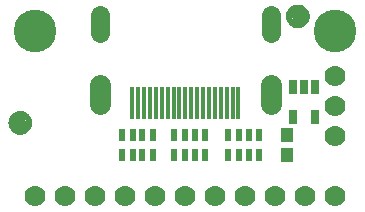
<source format=gbr>
G04 EAGLE Gerber RS-274X export*
G75*
%MOMM*%
%FSLAX34Y34*%
%LPD*%
%INSoldermask Top*%
%IPPOS*%
%AMOC8*
5,1,8,0,0,1.08239X$1,22.5*%
G01*
%ADD10C,3.617600*%
%ADD11C,1.101600*%
%ADD12C,0.469900*%
%ADD13C,1.751600*%
%ADD14C,1.601600*%
%ADD15R,0.351600X2.701600*%
%ADD16R,0.651600X1.301600*%
%ADD17R,0.551600X1.001600*%
%ADD18C,1.778000*%
%ADD19R,1.101600X1.176600*%


D10*
X25400Y165100D03*
X279400Y165100D03*
D11*
X247650Y177800D03*
D12*
X255150Y177800D02*
X255148Y177981D01*
X255141Y178162D01*
X255130Y178343D01*
X255115Y178524D01*
X255095Y178704D01*
X255071Y178884D01*
X255043Y179063D01*
X255010Y179241D01*
X254973Y179418D01*
X254932Y179595D01*
X254887Y179770D01*
X254837Y179945D01*
X254783Y180118D01*
X254725Y180289D01*
X254663Y180460D01*
X254596Y180628D01*
X254526Y180795D01*
X254452Y180961D01*
X254373Y181124D01*
X254291Y181285D01*
X254205Y181445D01*
X254115Y181602D01*
X254021Y181757D01*
X253924Y181910D01*
X253822Y182060D01*
X253718Y182208D01*
X253609Y182354D01*
X253498Y182496D01*
X253382Y182636D01*
X253264Y182773D01*
X253142Y182908D01*
X253017Y183039D01*
X252889Y183167D01*
X252758Y183292D01*
X252623Y183414D01*
X252486Y183532D01*
X252346Y183648D01*
X252204Y183759D01*
X252058Y183868D01*
X251910Y183972D01*
X251760Y184074D01*
X251607Y184171D01*
X251452Y184265D01*
X251295Y184355D01*
X251135Y184441D01*
X250974Y184523D01*
X250811Y184602D01*
X250645Y184676D01*
X250478Y184746D01*
X250310Y184813D01*
X250139Y184875D01*
X249968Y184933D01*
X249795Y184987D01*
X249620Y185037D01*
X249445Y185082D01*
X249268Y185123D01*
X249091Y185160D01*
X248913Y185193D01*
X248734Y185221D01*
X248554Y185245D01*
X248374Y185265D01*
X248193Y185280D01*
X248012Y185291D01*
X247831Y185298D01*
X247650Y185300D01*
X255150Y177800D02*
X255148Y177619D01*
X255141Y177438D01*
X255130Y177257D01*
X255115Y177076D01*
X255095Y176896D01*
X255071Y176716D01*
X255043Y176537D01*
X255010Y176359D01*
X254973Y176182D01*
X254932Y176005D01*
X254887Y175830D01*
X254837Y175655D01*
X254783Y175482D01*
X254725Y175311D01*
X254663Y175140D01*
X254596Y174972D01*
X254526Y174805D01*
X254452Y174639D01*
X254373Y174476D01*
X254291Y174315D01*
X254205Y174155D01*
X254115Y173998D01*
X254021Y173843D01*
X253924Y173690D01*
X253822Y173540D01*
X253718Y173392D01*
X253609Y173246D01*
X253498Y173104D01*
X253382Y172964D01*
X253264Y172827D01*
X253142Y172692D01*
X253017Y172561D01*
X252889Y172433D01*
X252758Y172308D01*
X252623Y172186D01*
X252486Y172068D01*
X252346Y171952D01*
X252204Y171841D01*
X252058Y171732D01*
X251910Y171628D01*
X251760Y171526D01*
X251607Y171429D01*
X251452Y171335D01*
X251295Y171245D01*
X251135Y171159D01*
X250974Y171077D01*
X250811Y170998D01*
X250645Y170924D01*
X250478Y170854D01*
X250310Y170787D01*
X250139Y170725D01*
X249968Y170667D01*
X249795Y170613D01*
X249620Y170563D01*
X249445Y170518D01*
X249268Y170477D01*
X249091Y170440D01*
X248913Y170407D01*
X248734Y170379D01*
X248554Y170355D01*
X248374Y170335D01*
X248193Y170320D01*
X248012Y170309D01*
X247831Y170302D01*
X247650Y170300D01*
X247469Y170302D01*
X247288Y170309D01*
X247107Y170320D01*
X246926Y170335D01*
X246746Y170355D01*
X246566Y170379D01*
X246387Y170407D01*
X246209Y170440D01*
X246032Y170477D01*
X245855Y170518D01*
X245680Y170563D01*
X245505Y170613D01*
X245332Y170667D01*
X245161Y170725D01*
X244990Y170787D01*
X244822Y170854D01*
X244655Y170924D01*
X244489Y170998D01*
X244326Y171077D01*
X244165Y171159D01*
X244005Y171245D01*
X243848Y171335D01*
X243693Y171429D01*
X243540Y171526D01*
X243390Y171628D01*
X243242Y171732D01*
X243096Y171841D01*
X242954Y171952D01*
X242814Y172068D01*
X242677Y172186D01*
X242542Y172308D01*
X242411Y172433D01*
X242283Y172561D01*
X242158Y172692D01*
X242036Y172827D01*
X241918Y172964D01*
X241802Y173104D01*
X241691Y173246D01*
X241582Y173392D01*
X241478Y173540D01*
X241376Y173690D01*
X241279Y173843D01*
X241185Y173998D01*
X241095Y174155D01*
X241009Y174315D01*
X240927Y174476D01*
X240848Y174639D01*
X240774Y174805D01*
X240704Y174972D01*
X240637Y175140D01*
X240575Y175311D01*
X240517Y175482D01*
X240463Y175655D01*
X240413Y175830D01*
X240368Y176005D01*
X240327Y176182D01*
X240290Y176359D01*
X240257Y176537D01*
X240229Y176716D01*
X240205Y176896D01*
X240185Y177076D01*
X240170Y177257D01*
X240159Y177438D01*
X240152Y177619D01*
X240150Y177800D01*
X240152Y177981D01*
X240159Y178162D01*
X240170Y178343D01*
X240185Y178524D01*
X240205Y178704D01*
X240229Y178884D01*
X240257Y179063D01*
X240290Y179241D01*
X240327Y179418D01*
X240368Y179595D01*
X240413Y179770D01*
X240463Y179945D01*
X240517Y180118D01*
X240575Y180289D01*
X240637Y180460D01*
X240704Y180628D01*
X240774Y180795D01*
X240848Y180961D01*
X240927Y181124D01*
X241009Y181285D01*
X241095Y181445D01*
X241185Y181602D01*
X241279Y181757D01*
X241376Y181910D01*
X241478Y182060D01*
X241582Y182208D01*
X241691Y182354D01*
X241802Y182496D01*
X241918Y182636D01*
X242036Y182773D01*
X242158Y182908D01*
X242283Y183039D01*
X242411Y183167D01*
X242542Y183292D01*
X242677Y183414D01*
X242814Y183532D01*
X242954Y183648D01*
X243096Y183759D01*
X243242Y183868D01*
X243390Y183972D01*
X243540Y184074D01*
X243693Y184171D01*
X243848Y184265D01*
X244005Y184355D01*
X244165Y184441D01*
X244326Y184523D01*
X244489Y184602D01*
X244655Y184676D01*
X244822Y184746D01*
X244990Y184813D01*
X245161Y184875D01*
X245332Y184933D01*
X245505Y184987D01*
X245680Y185037D01*
X245855Y185082D01*
X246032Y185123D01*
X246209Y185160D01*
X246387Y185193D01*
X246566Y185221D01*
X246746Y185245D01*
X246926Y185265D01*
X247107Y185280D01*
X247288Y185291D01*
X247469Y185298D01*
X247650Y185300D01*
D11*
X12700Y87630D03*
D12*
X20200Y87630D02*
X20198Y87811D01*
X20191Y87992D01*
X20180Y88173D01*
X20165Y88354D01*
X20145Y88534D01*
X20121Y88714D01*
X20093Y88893D01*
X20060Y89071D01*
X20023Y89248D01*
X19982Y89425D01*
X19937Y89600D01*
X19887Y89775D01*
X19833Y89948D01*
X19775Y90119D01*
X19713Y90290D01*
X19646Y90458D01*
X19576Y90625D01*
X19502Y90791D01*
X19423Y90954D01*
X19341Y91115D01*
X19255Y91275D01*
X19165Y91432D01*
X19071Y91587D01*
X18974Y91740D01*
X18872Y91890D01*
X18768Y92038D01*
X18659Y92184D01*
X18548Y92326D01*
X18432Y92466D01*
X18314Y92603D01*
X18192Y92738D01*
X18067Y92869D01*
X17939Y92997D01*
X17808Y93122D01*
X17673Y93244D01*
X17536Y93362D01*
X17396Y93478D01*
X17254Y93589D01*
X17108Y93698D01*
X16960Y93802D01*
X16810Y93904D01*
X16657Y94001D01*
X16502Y94095D01*
X16345Y94185D01*
X16185Y94271D01*
X16024Y94353D01*
X15861Y94432D01*
X15695Y94506D01*
X15528Y94576D01*
X15360Y94643D01*
X15189Y94705D01*
X15018Y94763D01*
X14845Y94817D01*
X14670Y94867D01*
X14495Y94912D01*
X14318Y94953D01*
X14141Y94990D01*
X13963Y95023D01*
X13784Y95051D01*
X13604Y95075D01*
X13424Y95095D01*
X13243Y95110D01*
X13062Y95121D01*
X12881Y95128D01*
X12700Y95130D01*
X20200Y87630D02*
X20198Y87449D01*
X20191Y87268D01*
X20180Y87087D01*
X20165Y86906D01*
X20145Y86726D01*
X20121Y86546D01*
X20093Y86367D01*
X20060Y86189D01*
X20023Y86012D01*
X19982Y85835D01*
X19937Y85660D01*
X19887Y85485D01*
X19833Y85312D01*
X19775Y85141D01*
X19713Y84970D01*
X19646Y84802D01*
X19576Y84635D01*
X19502Y84469D01*
X19423Y84306D01*
X19341Y84145D01*
X19255Y83985D01*
X19165Y83828D01*
X19071Y83673D01*
X18974Y83520D01*
X18872Y83370D01*
X18768Y83222D01*
X18659Y83076D01*
X18548Y82934D01*
X18432Y82794D01*
X18314Y82657D01*
X18192Y82522D01*
X18067Y82391D01*
X17939Y82263D01*
X17808Y82138D01*
X17673Y82016D01*
X17536Y81898D01*
X17396Y81782D01*
X17254Y81671D01*
X17108Y81562D01*
X16960Y81458D01*
X16810Y81356D01*
X16657Y81259D01*
X16502Y81165D01*
X16345Y81075D01*
X16185Y80989D01*
X16024Y80907D01*
X15861Y80828D01*
X15695Y80754D01*
X15528Y80684D01*
X15360Y80617D01*
X15189Y80555D01*
X15018Y80497D01*
X14845Y80443D01*
X14670Y80393D01*
X14495Y80348D01*
X14318Y80307D01*
X14141Y80270D01*
X13963Y80237D01*
X13784Y80209D01*
X13604Y80185D01*
X13424Y80165D01*
X13243Y80150D01*
X13062Y80139D01*
X12881Y80132D01*
X12700Y80130D01*
X12519Y80132D01*
X12338Y80139D01*
X12157Y80150D01*
X11976Y80165D01*
X11796Y80185D01*
X11616Y80209D01*
X11437Y80237D01*
X11259Y80270D01*
X11082Y80307D01*
X10905Y80348D01*
X10730Y80393D01*
X10555Y80443D01*
X10382Y80497D01*
X10211Y80555D01*
X10040Y80617D01*
X9872Y80684D01*
X9705Y80754D01*
X9539Y80828D01*
X9376Y80907D01*
X9215Y80989D01*
X9055Y81075D01*
X8898Y81165D01*
X8743Y81259D01*
X8590Y81356D01*
X8440Y81458D01*
X8292Y81562D01*
X8146Y81671D01*
X8004Y81782D01*
X7864Y81898D01*
X7727Y82016D01*
X7592Y82138D01*
X7461Y82263D01*
X7333Y82391D01*
X7208Y82522D01*
X7086Y82657D01*
X6968Y82794D01*
X6852Y82934D01*
X6741Y83076D01*
X6632Y83222D01*
X6528Y83370D01*
X6426Y83520D01*
X6329Y83673D01*
X6235Y83828D01*
X6145Y83985D01*
X6059Y84145D01*
X5977Y84306D01*
X5898Y84469D01*
X5824Y84635D01*
X5754Y84802D01*
X5687Y84970D01*
X5625Y85141D01*
X5567Y85312D01*
X5513Y85485D01*
X5463Y85660D01*
X5418Y85835D01*
X5377Y86012D01*
X5340Y86189D01*
X5307Y86367D01*
X5279Y86546D01*
X5255Y86726D01*
X5235Y86906D01*
X5220Y87087D01*
X5209Y87268D01*
X5202Y87449D01*
X5200Y87630D01*
X5202Y87811D01*
X5209Y87992D01*
X5220Y88173D01*
X5235Y88354D01*
X5255Y88534D01*
X5279Y88714D01*
X5307Y88893D01*
X5340Y89071D01*
X5377Y89248D01*
X5418Y89425D01*
X5463Y89600D01*
X5513Y89775D01*
X5567Y89948D01*
X5625Y90119D01*
X5687Y90290D01*
X5754Y90458D01*
X5824Y90625D01*
X5898Y90791D01*
X5977Y90954D01*
X6059Y91115D01*
X6145Y91275D01*
X6235Y91432D01*
X6329Y91587D01*
X6426Y91740D01*
X6528Y91890D01*
X6632Y92038D01*
X6741Y92184D01*
X6852Y92326D01*
X6968Y92466D01*
X7086Y92603D01*
X7208Y92738D01*
X7333Y92869D01*
X7461Y92997D01*
X7592Y93122D01*
X7727Y93244D01*
X7864Y93362D01*
X8004Y93478D01*
X8146Y93589D01*
X8292Y93698D01*
X8440Y93802D01*
X8590Y93904D01*
X8743Y94001D01*
X8898Y94095D01*
X9055Y94185D01*
X9215Y94271D01*
X9376Y94353D01*
X9539Y94432D01*
X9705Y94506D01*
X9872Y94576D01*
X10040Y94643D01*
X10211Y94705D01*
X10382Y94763D01*
X10555Y94817D01*
X10730Y94867D01*
X10905Y94912D01*
X11082Y94953D01*
X11259Y94990D01*
X11437Y95023D01*
X11616Y95051D01*
X11796Y95075D01*
X11976Y95095D01*
X12157Y95110D01*
X12338Y95121D01*
X12519Y95128D01*
X12700Y95130D01*
D13*
X224900Y103490D02*
X224900Y119990D01*
X79900Y119990D02*
X79900Y103490D01*
D14*
X79900Y163840D02*
X79900Y178840D01*
X224900Y178840D02*
X224900Y163840D01*
D15*
X107400Y104140D03*
X112400Y104140D03*
X117400Y104140D03*
X122400Y104140D03*
X127400Y104140D03*
X132400Y104140D03*
X137400Y104140D03*
X142400Y104140D03*
X147400Y104140D03*
X152400Y104140D03*
X157400Y104140D03*
X162400Y104140D03*
X167400Y104140D03*
X172400Y104140D03*
X177400Y104140D03*
X182400Y104140D03*
X187400Y104140D03*
X192400Y104140D03*
X197400Y104140D03*
D16*
X262230Y118411D03*
X252730Y118411D03*
X243230Y118411D03*
X243230Y92409D03*
X262230Y92409D03*
D17*
X124760Y60080D03*
X124760Y77080D03*
X115760Y60080D03*
X107760Y60080D03*
X98760Y60080D03*
X98760Y77080D03*
X115760Y77080D03*
X107760Y77080D03*
X169210Y60080D03*
X169210Y77080D03*
X160210Y60080D03*
X152210Y60080D03*
X143210Y60080D03*
X143210Y77080D03*
X160210Y77080D03*
X152210Y77080D03*
X214930Y60080D03*
X214930Y77080D03*
X205930Y60080D03*
X197930Y60080D03*
X188930Y60080D03*
X188930Y77080D03*
X205930Y77080D03*
X197930Y77080D03*
D18*
X279400Y76200D03*
X279400Y101600D03*
X279400Y127000D03*
X279400Y25400D03*
X254000Y25400D03*
X228600Y25400D03*
X203200Y25400D03*
X177800Y25400D03*
X152400Y25400D03*
X127000Y25400D03*
X101600Y25400D03*
X76200Y25400D03*
X50800Y25400D03*
X25400Y25400D03*
D19*
X238760Y77080D03*
X238760Y60080D03*
M02*

</source>
